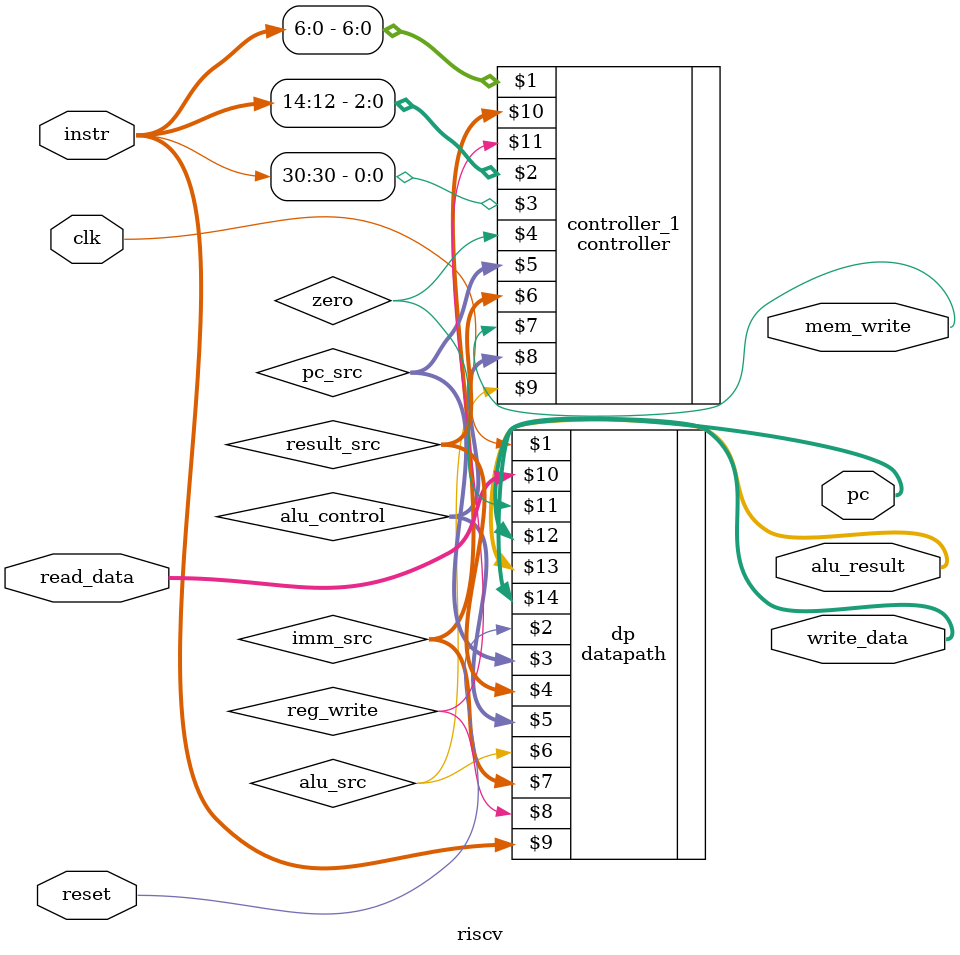
<source format=sv>
module riscv (input logic clk,
	      input logic reset,
	      input logic [31:0] instr,
	      input logic [31:0] read_data,
	      output logic mem_write,
	      output logic [31:0] pc, 
	      //la senal alu_result es salida cuando esta establece
	      //la direccion en memoria de un dato data_address
	      output logic [31:0] alu_result,
	      output logic [31:0] write_data);

//la senal de pc o program counter va a la memoria de instrucciones
// las senales de data_adr y write_data van hacia la memoria de datos
//el controlador debe recibir solo como entrada la instrucciones para 
//decodificarla

logic reg_write;
logic [1:0] imm_src;
logic alu_src;
logic [2:0] alu_control;
logic [1:0] result_src;
logic [1:0] pc_src; //no aparece en el libro en modulo principal
//logic reg_src; // no aparece en el libro en modulo principal
//reg_src aparece en un esquematico, pero en las explicaciones nunca se usa
//se agregara si se necesita.
logic zero;
logic jump;

controller controller_1 (instr[6:0], instr[14:12], instr[30], zero, pc_src, result_src, mem_write, alu_control, alu_src, imm_src, reg_write);

datapath dp(clk, reset, pc_src, result_src, alu_control, alu_src, imm_src, reg_write , instr, read_data, zero, pc, alu_result, write_data);

endmodule


</source>
